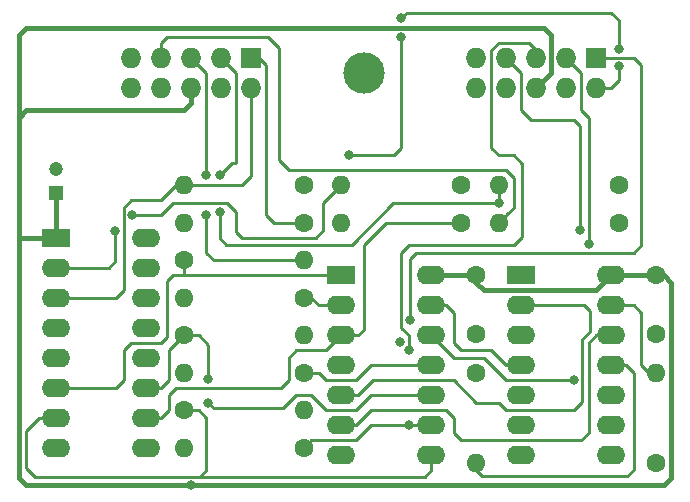
<source format=gtl>
%TF.GenerationSoftware,KiCad,Pcbnew,(5.1.8)-1*%
%TF.CreationDate,2021-02-01T00:12:43+01:00*%
%TF.ProjectId,Apple II Adapter,4170706c-6520-4494-9920-416461707465,rev?*%
%TF.SameCoordinates,Original*%
%TF.FileFunction,Copper,L1,Top*%
%TF.FilePolarity,Positive*%
%FSLAX46Y46*%
G04 Gerber Fmt 4.6, Leading zero omitted, Abs format (unit mm)*
G04 Created by KiCad (PCBNEW (5.1.8)-1) date 2021-02-01 00:12:43*
%MOMM*%
%LPD*%
G01*
G04 APERTURE LIST*
%TA.AperFunction,ComponentPad*%
%ADD10O,2.400000X1.600000*%
%TD*%
%TA.AperFunction,ComponentPad*%
%ADD11R,2.400000X1.600000*%
%TD*%
%TA.AperFunction,ComponentPad*%
%ADD12O,1.600000X1.600000*%
%TD*%
%TA.AperFunction,ComponentPad*%
%ADD13C,1.600000*%
%TD*%
%TA.AperFunction,ComponentPad*%
%ADD14R,1.200000X1.200000*%
%TD*%
%TA.AperFunction,ComponentPad*%
%ADD15C,1.200000*%
%TD*%
%TA.AperFunction,ComponentPad*%
%ADD16O,1.727200X1.727200*%
%TD*%
%TA.AperFunction,ComponentPad*%
%ADD17R,1.727200X1.727200*%
%TD*%
%TA.AperFunction,ComponentPad*%
%ADD18C,3.500000*%
%TD*%
%TA.AperFunction,ViaPad*%
%ADD19C,0.800000*%
%TD*%
%TA.AperFunction,Conductor*%
%ADD20C,0.381000*%
%TD*%
%TA.AperFunction,Conductor*%
%ADD21C,0.250000*%
%TD*%
G04 APERTURE END LIST*
D10*
%TO.P,A1,16*%
%TO.N,N/C*%
X174625000Y-117475000D03*
%TO.P,A1,8*%
%TO.N,GND*%
X167005000Y-135255000D03*
%TO.P,A1,15*%
%TO.N,N/C*%
X174625000Y-120015000D03*
%TO.P,A1,7*%
%TO.N,/GC2*%
X167005000Y-132715000D03*
%TO.P,A1,14*%
%TO.N,N/C*%
X174625000Y-122555000D03*
%TO.P,A1,6*%
%TO.N,/GC0*%
X167005000Y-130175000D03*
%TO.P,A1,13*%
%TO.N,N/C*%
X174625000Y-125095000D03*
%TO.P,A1,5*%
X167005000Y-127635000D03*
%TO.P,A1,12*%
X174625000Y-127635000D03*
%TO.P,A1,4*%
X167005000Y-125095000D03*
%TO.P,A1,11*%
%TO.N,/GC3*%
X174625000Y-130175000D03*
%TO.P,A1,3*%
%TO.N,/P1_FIRE*%
X167005000Y-122555000D03*
%TO.P,A1,10*%
%TO.N,/GC1*%
X174625000Y-132715000D03*
%TO.P,A1,2*%
%TO.N,/P2_FIRE*%
X167005000Y-120015000D03*
%TO.P,A1,9*%
%TO.N,N/C*%
X174625000Y-135255000D03*
D11*
%TO.P,A1,1*%
%TO.N,VCC*%
X167005000Y-117475000D03*
%TD*%
D12*
%TO.P,R3,2*%
%TO.N,/P1_DOWN*%
X204470000Y-113030000D03*
D13*
%TO.P,R3,1*%
%TO.N,GND*%
X214630000Y-113030000D03*
%TD*%
%TO.P,C2,2*%
%TO.N,GND*%
X202565000Y-125650000D03*
%TO.P,C2,1*%
%TO.N,VCC*%
X202565000Y-120650000D03*
%TD*%
%TO.P,R14,1*%
%TO.N,/GC2*%
X177800000Y-132080000D03*
D12*
%TO.P,R14,2*%
%TO.N,/P2_UP*%
X187960000Y-132080000D03*
%TD*%
D11*
%TO.P,U1,1*%
%TO.N,/P1_DOWN*%
X206375000Y-120650000D03*
D10*
%TO.P,U1,8*%
%TO.N,N/C*%
X213995000Y-135890000D03*
%TO.P,U1,2*%
%TO.N,Net-(U1-Pad2)*%
X206375000Y-123190000D03*
%TO.P,U1,9*%
%TO.N,GND*%
X213995000Y-133350000D03*
%TO.P,U1,3*%
%TO.N,/P1_RIGHT*%
X206375000Y-125730000D03*
%TO.P,U1,10*%
%TO.N,Net-(U1-Pad10)*%
X213995000Y-130810000D03*
%TO.P,U1,4*%
%TO.N,Net-(U1-Pad4)*%
X206375000Y-128270000D03*
%TO.P,U1,11*%
%TO.N,/P2_RIGHT*%
X213995000Y-128270000D03*
%TO.P,U1,5*%
%TO.N,GND*%
X206375000Y-130810000D03*
%TO.P,U1,12*%
%TO.N,Net-(U1-Pad12)*%
X213995000Y-125730000D03*
%TO.P,U1,6*%
%TO.N,N/C*%
X206375000Y-133350000D03*
%TO.P,U1,13*%
%TO.N,/P2_DOWN*%
X213995000Y-123190000D03*
%TO.P,U1,7*%
%TO.N,GND*%
X206375000Y-135890000D03*
%TO.P,U1,14*%
%TO.N,VCC*%
X213995000Y-120650000D03*
%TD*%
D13*
%TO.P,C1,1*%
%TO.N,VCC*%
X217805000Y-120650000D03*
%TO.P,C1,2*%
%TO.N,GND*%
X217805000Y-125650000D03*
%TD*%
D14*
%TO.P,C3,1*%
%TO.N,VCC*%
X167005000Y-113665000D03*
D15*
%TO.P,C3,2*%
%TO.N,GND*%
X167005000Y-111665000D03*
%TD*%
D16*
%TO.P,J1,10*%
%TO.N,N/C*%
X173355000Y-104775000D03*
%TO.P,J1,9*%
X175895000Y-104775000D03*
%TO.P,J1,8*%
%TO.N,VCC*%
X178435000Y-104775000D03*
%TO.P,J1,7*%
%TO.N,N/C*%
X180975000Y-104775000D03*
%TO.P,J1,6*%
%TO.N,/P1_FIRE*%
X183515000Y-104775000D03*
%TO.P,J1,5*%
%TO.N,N/C*%
X173355000Y-102235000D03*
%TO.P,J1,4*%
%TO.N,/P1_RIGHT*%
X175895000Y-102235000D03*
%TO.P,J1,3*%
%TO.N,/P1_LEFT*%
X178435000Y-102235000D03*
%TO.P,J1,2*%
%TO.N,/P1_DOWN*%
X180975000Y-102235000D03*
D17*
%TO.P,J1,1*%
%TO.N,/P1_UP*%
X183515000Y-102235000D03*
%TD*%
%TO.P,J2,1*%
%TO.N,/P2_UP*%
X212725000Y-102235000D03*
D16*
%TO.P,J2,2*%
%TO.N,/P2_DOWN*%
X210185000Y-102235000D03*
%TO.P,J2,3*%
%TO.N,/P2_LEFT*%
X207645000Y-102235000D03*
%TO.P,J2,4*%
%TO.N,/P2_RIGHT*%
X205105000Y-102235000D03*
%TO.P,J2,5*%
%TO.N,N/C*%
X202565000Y-102235000D03*
%TO.P,J2,6*%
%TO.N,/P2_FIRE*%
X212725000Y-104775000D03*
%TO.P,J2,7*%
%TO.N,N/C*%
X210185000Y-104775000D03*
%TO.P,J2,8*%
%TO.N,VCC*%
X207645000Y-104775000D03*
%TO.P,J2,9*%
%TO.N,N/C*%
X205105000Y-104775000D03*
%TO.P,J2,10*%
X202565000Y-104775000D03*
%TD*%
D13*
%TO.P,R1,1*%
%TO.N,GND*%
X187960000Y-113030000D03*
D12*
%TO.P,R1,2*%
%TO.N,/P1_FIRE*%
X177800000Y-113030000D03*
%TD*%
%TO.P,R2,2*%
%TO.N,/P2_FIRE*%
X191135000Y-113030000D03*
D13*
%TO.P,R2,1*%
%TO.N,GND*%
X201295000Y-113030000D03*
%TD*%
%TO.P,R4,1*%
%TO.N,GND*%
X214630000Y-116205000D03*
D12*
%TO.P,R4,2*%
%TO.N,/P1_RIGHT*%
X204470000Y-116205000D03*
%TD*%
%TO.P,R7,2*%
%TO.N,VCC*%
X177800000Y-116205000D03*
D13*
%TO.P,R7,1*%
%TO.N,/P1_UP*%
X187960000Y-116205000D03*
%TD*%
%TO.P,R8,1*%
%TO.N,/P1_LEFT*%
X187960000Y-122555000D03*
D12*
%TO.P,R8,2*%
%TO.N,VCC*%
X177800000Y-122555000D03*
%TD*%
D13*
%TO.P,R9,1*%
%TO.N,/P2_LEFT*%
X187960000Y-128905000D03*
D12*
%TO.P,R9,2*%
%TO.N,VCC*%
X177800000Y-128905000D03*
%TD*%
%TO.P,R10,2*%
%TO.N,VCC*%
X177800000Y-135255000D03*
D13*
%TO.P,R10,1*%
%TO.N,/P2_UP*%
X187960000Y-135255000D03*
%TD*%
%TO.P,R11,1*%
%TO.N,/GC0*%
X177800000Y-119380000D03*
D12*
%TO.P,R11,2*%
%TO.N,/P1_LEFT*%
X187960000Y-119380000D03*
%TD*%
%TO.P,R12,2*%
%TO.N,/P1_UP*%
X191135000Y-116205000D03*
D13*
%TO.P,R12,1*%
%TO.N,/GC1*%
X201295000Y-116205000D03*
%TD*%
%TO.P,R13,1*%
%TO.N,/GC3*%
X177800000Y-125730000D03*
D12*
%TO.P,R13,2*%
%TO.N,/P2_LEFT*%
X187960000Y-125730000D03*
%TD*%
D10*
%TO.P,U2,14*%
%TO.N,VCC*%
X198755000Y-120650000D03*
%TO.P,U2,7*%
%TO.N,GND*%
X191135000Y-135890000D03*
%TO.P,U2,13*%
%TO.N,Net-(U1-Pad4)*%
X198755000Y-123190000D03*
%TO.P,U2,6*%
%TO.N,Net-(U1-Pad12)*%
X191135000Y-133350000D03*
%TO.P,U2,12*%
%TO.N,Net-(U1-Pad10)*%
X198755000Y-125730000D03*
%TO.P,U2,5*%
%TO.N,Net-(U1-Pad2)*%
X191135000Y-130810000D03*
%TO.P,U2,11*%
%TO.N,/P2_LEFT*%
X198755000Y-128270000D03*
%TO.P,U2,4*%
%TO.N,/P1_UP*%
X191135000Y-128270000D03*
%TO.P,U2,10*%
%TO.N,/GC3*%
X198755000Y-130810000D03*
%TO.P,U2,3*%
%TO.N,/GC1*%
X191135000Y-125730000D03*
%TO.P,U2,9*%
%TO.N,/P2_UP*%
X198755000Y-133350000D03*
%TO.P,U2,2*%
%TO.N,/P1_LEFT*%
X191135000Y-123190000D03*
%TO.P,U2,8*%
%TO.N,/GC2*%
X198755000Y-135890000D03*
D11*
%TO.P,U2,1*%
%TO.N,/GC0*%
X191135000Y-120650000D03*
%TD*%
D18*
%TO.P,M1,1*%
%TO.N,N/C*%
X193040000Y-103505000D03*
%TD*%
D12*
%TO.P,R5,2*%
%TO.N,/P2_DOWN*%
X217805000Y-128905000D03*
D13*
%TO.P,R5,1*%
%TO.N,GND*%
X217805000Y-136525000D03*
%TD*%
%TO.P,R6,1*%
%TO.N,GND*%
X202565000Y-128905000D03*
D12*
%TO.P,R6,2*%
%TO.N,/P2_RIGHT*%
X202565000Y-136525000D03*
%TD*%
D19*
%TO.N,VCC*%
X178435000Y-138430000D03*
%TO.N,/P2_FIRE*%
X173445000Y-115570000D03*
X171995000Y-116930000D03*
X191770000Y-110490000D03*
X196215000Y-100485500D03*
X196215000Y-98904500D03*
X214630000Y-101510000D03*
X214630000Y-102960000D03*
%TO.N,/GC3*%
X179860500Y-129429070D03*
X179860500Y-131445000D03*
%TO.N,/P1_DOWN*%
X180848010Y-115315990D03*
X204470000Y-114554000D03*
X180848010Y-112141010D03*
%TO.N,/P1_LEFT*%
X179705000Y-115570000D03*
X179705000Y-112141018D03*
%TO.N,/P2_UP*%
X196125000Y-126292892D03*
X196849986Y-133350000D03*
X196940000Y-124460000D03*
%TO.N,/P2_DOWN*%
X212090000Y-118020000D03*
%TO.N,/P2_LEFT*%
X196850000Y-127000000D03*
%TO.N,/P2_RIGHT*%
X211365000Y-116840000D03*
%TO.N,Net-(U1-Pad10)*%
X210820000Y-129540000D03*
%TD*%
D20*
%TO.N,VCC*%
X163830000Y-117475000D02*
X167005000Y-117475000D01*
X213995000Y-120650000D02*
X217805000Y-120650000D01*
X218440000Y-138430000D02*
X178435000Y-138430000D01*
X163830000Y-117475000D02*
X163830000Y-137795000D01*
X163830000Y-137795000D02*
X164465000Y-138430000D01*
X164465000Y-138430000D02*
X178435000Y-138430000D01*
X219075000Y-137795000D02*
X218440000Y-138430000D01*
X198755000Y-120650000D02*
X202565000Y-120650000D01*
X218440000Y-120650000D02*
X219075000Y-121285000D01*
X217805000Y-120650000D02*
X218440000Y-120650000D01*
X219075000Y-121285000D02*
X219075000Y-137795000D01*
X202565000Y-120650000D02*
X202565000Y-121285000D01*
X202565000Y-121285000D02*
X203200000Y-121920000D01*
X212725000Y-121920000D02*
X213995000Y-120650000D01*
X203200000Y-121920000D02*
X212725000Y-121920000D01*
X167005000Y-117475000D02*
X167005000Y-113665000D01*
X181610000Y-99695000D02*
X164465000Y-99695000D01*
X164465000Y-99695000D02*
X163830000Y-100330000D01*
X207645000Y-104775000D02*
X208915000Y-103505000D01*
X208915000Y-103505000D02*
X208915000Y-100330000D01*
X208915000Y-100330000D02*
X208280000Y-99695000D01*
X181610000Y-99695000D02*
X208280000Y-99695000D01*
X178435000Y-104775000D02*
X178435000Y-106045000D01*
X178435000Y-106045000D02*
X177800000Y-106680000D01*
X164465000Y-106680000D02*
X163830000Y-107315000D01*
X177800000Y-106680000D02*
X164465000Y-106680000D01*
X163830000Y-107315000D02*
X163830000Y-100330000D01*
X163830000Y-117475000D02*
X163830000Y-107315000D01*
D21*
%TO.N,/P2_FIRE*%
X171450000Y-120015000D02*
X167005000Y-120015000D01*
X171995000Y-119470000D02*
X171450000Y-120015000D01*
X191135000Y-112395000D02*
X191135000Y-113030000D01*
X171995000Y-116930000D02*
X171995000Y-119470000D01*
X189611000Y-114554000D02*
X191135000Y-113030000D01*
X188976000Y-117475000D02*
X189611000Y-116840000D01*
X182753000Y-117475000D02*
X188976000Y-117475000D01*
X182245000Y-116967000D02*
X182753000Y-117475000D01*
X182245000Y-115316000D02*
X182245000Y-116967000D01*
X181483000Y-114554000D02*
X182245000Y-115316000D01*
X189611000Y-116840000D02*
X189611000Y-114554000D01*
X176911000Y-114554000D02*
X181483000Y-114554000D01*
X175895000Y-115570000D02*
X176911000Y-114554000D01*
X173445000Y-115570000D02*
X175895000Y-115570000D01*
X191770000Y-110490000D02*
X195580000Y-110490000D01*
X196215000Y-109855000D02*
X196215000Y-100485500D01*
X195580000Y-110490000D02*
X196215000Y-109855000D01*
X196215000Y-98904500D02*
X196694500Y-98425000D01*
X196694500Y-98425000D02*
X213995000Y-98425000D01*
X214630000Y-99060000D02*
X214630000Y-101510000D01*
X213995000Y-98425000D02*
X214630000Y-99060000D01*
X214630000Y-102960000D02*
X214630000Y-104140000D01*
X213995000Y-104775000D02*
X212725000Y-104775000D01*
X214630000Y-104140000D02*
X213995000Y-104775000D01*
%TO.N,/GC1*%
X187325000Y-127000000D02*
X189865000Y-127000000D01*
X186690000Y-127635000D02*
X187325000Y-127000000D01*
X189865000Y-127000000D02*
X191135000Y-125730000D01*
X186690000Y-129540000D02*
X186690000Y-127635000D01*
X177165000Y-130175000D02*
X186055000Y-130175000D01*
X176530000Y-130810000D02*
X177165000Y-130175000D01*
X186055000Y-130175000D02*
X186690000Y-129540000D01*
X176530000Y-132080000D02*
X176530000Y-130810000D01*
X175895000Y-132715000D02*
X176530000Y-132080000D01*
X174625000Y-132715000D02*
X175895000Y-132715000D01*
X193040000Y-125275000D02*
X192585000Y-125730000D01*
X192585000Y-125730000D02*
X191135000Y-125730000D01*
X193040000Y-118110705D02*
X193040000Y-125275000D01*
X194945705Y-116205000D02*
X193040000Y-118110705D01*
X201295000Y-116205000D02*
X194945705Y-116205000D01*
%TO.N,/P1_FIRE*%
X172720000Y-121920000D02*
X172085000Y-122555000D01*
X172085000Y-122555000D02*
X167005000Y-122555000D01*
X177800000Y-113030000D02*
X177165000Y-113030000D01*
X177165000Y-113030000D02*
X175895000Y-114300000D01*
X173355000Y-114300000D02*
X172720000Y-114935000D01*
X175895000Y-114300000D02*
X173355000Y-114300000D01*
X172720000Y-114935000D02*
X172720000Y-121920000D01*
X177800000Y-113030000D02*
X182753000Y-113030000D01*
X183515000Y-112268000D02*
X183515000Y-104775000D01*
X182753000Y-113030000D02*
X183515000Y-112268000D01*
%TO.N,/GC3*%
X175895000Y-130175000D02*
X174625000Y-130175000D01*
X176530000Y-129540000D02*
X175895000Y-130175000D01*
X176530000Y-127000000D02*
X176530000Y-129540000D01*
X177800000Y-125730000D02*
X176530000Y-127000000D01*
X179860500Y-126520500D02*
X179860500Y-129429070D01*
X179070000Y-125730000D02*
X179860500Y-126520500D01*
X177800000Y-125730000D02*
X179070000Y-125730000D01*
X193675000Y-130810000D02*
X198755000Y-130810000D01*
X192405000Y-132080000D02*
X193675000Y-130810000D01*
X189865000Y-132080000D02*
X192405000Y-132080000D01*
X188595000Y-130810000D02*
X189865000Y-132080000D01*
X187325000Y-130810000D02*
X188595000Y-130810000D01*
X186210500Y-131924500D02*
X187325000Y-130810000D01*
X180340000Y-131924500D02*
X186210500Y-131924500D01*
X179860500Y-131445000D02*
X180340000Y-131924500D01*
%TO.N,/GC0*%
X191135000Y-120650000D02*
X179070000Y-120650000D01*
X172720000Y-129540000D02*
X172085000Y-130175000D01*
X172720000Y-127000000D02*
X172720000Y-129540000D01*
X172085000Y-130175000D02*
X167005000Y-130175000D01*
X175895000Y-126365000D02*
X173355000Y-126365000D01*
X173355000Y-126365000D02*
X172720000Y-127000000D01*
X176403000Y-125857000D02*
X175895000Y-126365000D01*
X176911000Y-120650000D02*
X176403000Y-121158000D01*
X176403000Y-121158000D02*
X176403000Y-125857000D01*
X177800000Y-120650000D02*
X176911000Y-120650000D01*
X179070000Y-120650000D02*
X177800000Y-120650000D01*
X177800000Y-119380000D02*
X177800000Y-120650000D01*
%TO.N,/GC2*%
X164465000Y-133805000D02*
X165555000Y-132715000D01*
X164465000Y-136979998D02*
X164465000Y-133805000D01*
X198755000Y-137160000D02*
X198210001Y-137704999D01*
X165555000Y-132715000D02*
X167005000Y-132715000D01*
X165190001Y-137704999D02*
X164465000Y-136979998D01*
X198755000Y-135890000D02*
X198755000Y-137160000D01*
X177800000Y-132080000D02*
X179070000Y-132080000D01*
X179070000Y-132080000D02*
X179705000Y-132715000D01*
X179705000Y-132715000D02*
X179705000Y-137160000D01*
X179160001Y-137704999D02*
X165190001Y-137704999D01*
X179705000Y-137160000D02*
X179160001Y-137704999D01*
X198210001Y-137704999D02*
X179160001Y-137704999D01*
%TO.N,/P1_DOWN*%
X204470000Y-113030000D02*
X204470000Y-114554000D01*
X180848010Y-117475010D02*
X180848010Y-115315990D01*
X181425011Y-118052011D02*
X180848010Y-117475010D01*
X192043971Y-118052011D02*
X181425011Y-118052011D01*
X195541982Y-114554000D02*
X192043971Y-118052011D01*
X204470000Y-114554000D02*
X195541982Y-114554000D01*
X180975000Y-102235000D02*
X182245000Y-103505000D01*
X182245000Y-103505000D02*
X182245000Y-111125000D01*
X181864020Y-111125000D02*
X180848010Y-112141010D01*
X182245000Y-111125000D02*
X181864020Y-111125000D01*
%TO.N,/P1_LEFT*%
X187960000Y-122555000D02*
X188595000Y-122555000D01*
X188595000Y-122555000D02*
X189230000Y-123190000D01*
X189230000Y-123190000D02*
X191135000Y-123190000D01*
X179705000Y-115570000D02*
X179705000Y-118745000D01*
X180340000Y-119380000D02*
X183896000Y-119380000D01*
X179705000Y-118745000D02*
X180340000Y-119380000D01*
X187960000Y-119380000D02*
X183896000Y-119380000D01*
X178435000Y-102235000D02*
X179705000Y-103505000D01*
X179705000Y-103505000D02*
X179705000Y-112141018D01*
%TO.N,/P2_UP*%
X198755000Y-133350000D02*
X196849986Y-133350000D01*
X187960000Y-135255000D02*
X188595000Y-134620000D01*
X193675000Y-133350000D02*
X192405000Y-134620000D01*
X196849986Y-133350000D02*
X193675000Y-133350000D01*
X188595000Y-134620000D02*
X192405000Y-134620000D01*
X216535000Y-118110000D02*
X216535000Y-102870000D01*
X215900000Y-118745000D02*
X216535000Y-118110000D01*
X197485000Y-118745000D02*
X215900000Y-118745000D01*
X215900000Y-102235000D02*
X212725000Y-102235000D01*
X216535000Y-102870000D02*
X215900000Y-102235000D01*
X196940000Y-119290000D02*
X197485000Y-118745000D01*
X196940000Y-124460000D02*
X196940000Y-119290000D01*
%TO.N,/P2_DOWN*%
X217805000Y-128905000D02*
X217170000Y-128905000D01*
X217170000Y-128905000D02*
X216535000Y-128270000D01*
X216535000Y-128270000D02*
X216535000Y-123825000D01*
X215900000Y-123190000D02*
X213995000Y-123190000D01*
X216535000Y-123825000D02*
X215900000Y-123190000D01*
X212090000Y-107315000D02*
X211455000Y-106680000D01*
X212090000Y-118020000D02*
X212090000Y-107315000D01*
X210185000Y-102235000D02*
X211455000Y-103505000D01*
X211455000Y-103505000D02*
X211455000Y-106680000D01*
%TO.N,/P2_LEFT*%
X187960000Y-128905000D02*
X189230000Y-128905000D01*
X189230000Y-128905000D02*
X189865000Y-129540000D01*
X198755000Y-128270000D02*
X193675000Y-128270000D01*
X193675000Y-128270000D02*
X192405000Y-129540000D01*
X192405000Y-129540000D02*
X189865000Y-129540000D01*
X196850000Y-125730000D02*
X196850000Y-127000000D01*
X196215000Y-125095000D02*
X196850000Y-125730000D01*
X196215000Y-118745000D02*
X196215000Y-125095000D01*
X207645000Y-102235000D02*
X207645000Y-101600000D01*
X206465001Y-117384999D02*
X205740000Y-118110000D01*
X207645000Y-101600000D02*
X207010000Y-100965000D01*
X207010000Y-100965000D02*
X204470000Y-100965000D01*
X206456399Y-111206399D02*
X206456399Y-114197397D01*
X206456399Y-114197397D02*
X206465001Y-114205999D01*
X204470000Y-100965000D02*
X203835000Y-101600000D01*
X203835000Y-109855000D02*
X204470000Y-110490000D01*
X203835000Y-101600000D02*
X203835000Y-109855000D01*
X196850000Y-118110000D02*
X196215000Y-118745000D01*
X204470000Y-110490000D02*
X205740000Y-110490000D01*
X205740000Y-110490000D02*
X206456399Y-111206399D01*
X206465001Y-114205999D02*
X206465001Y-117384999D01*
X205740000Y-118110000D02*
X196850000Y-118110000D01*
%TO.N,/P2_RIGHT*%
X215265000Y-128270000D02*
X213995000Y-128270000D01*
X215900000Y-128905000D02*
X215265000Y-128270000D01*
X215328500Y-137668000D02*
X215900000Y-137096500D01*
X203073000Y-137668000D02*
X215328500Y-137668000D01*
X215900000Y-137096500D02*
X215900000Y-128905000D01*
X202565000Y-137160000D02*
X203073000Y-137668000D01*
X202565000Y-136525000D02*
X202565000Y-137160000D01*
X206375000Y-103505000D02*
X205105000Y-102235000D01*
X206375000Y-106680000D02*
X206375000Y-103505000D01*
X207190000Y-107495000D02*
X206375000Y-106680000D01*
X210820000Y-107495000D02*
X207190000Y-107495000D01*
X211365000Y-108040000D02*
X210820000Y-107495000D01*
X211365000Y-116840000D02*
X211365000Y-108040000D01*
%TO.N,Net-(U1-Pad2)*%
X211674002Y-123190000D02*
X206375000Y-123190000D01*
X212180002Y-125443002D02*
X212180002Y-123696000D01*
X211545001Y-131354999D02*
X211545001Y-126078003D01*
X212180002Y-123696000D02*
X211674002Y-123190000D01*
X211545001Y-126078003D02*
X212180002Y-125443002D01*
X210820000Y-132080000D02*
X211545001Y-131354999D01*
X204470000Y-131445000D02*
X205105000Y-132080000D01*
X205105000Y-132080000D02*
X210820000Y-132080000D01*
X202565000Y-131445000D02*
X204470000Y-131445000D01*
X200660000Y-129540000D02*
X202565000Y-131445000D01*
X193855000Y-129540000D02*
X200660000Y-129540000D01*
X192585000Y-130810000D02*
X193855000Y-129540000D01*
X191135000Y-130810000D02*
X192585000Y-130810000D01*
%TO.N,Net-(U1-Pad10)*%
X205105000Y-129540000D02*
X210820000Y-129540000D01*
X200660000Y-127635000D02*
X203200000Y-127635000D01*
X198755000Y-125730000D02*
X200660000Y-127635000D01*
X203200000Y-127635000D02*
X205105000Y-129540000D01*
%TO.N,Net-(U1-Pad4)*%
X200025000Y-123190000D02*
X198755000Y-123190000D01*
X200660000Y-123825000D02*
X200025000Y-123190000D01*
X201295000Y-127000000D02*
X200660000Y-126365000D01*
X203835000Y-127000000D02*
X201295000Y-127000000D01*
X205105000Y-128270000D02*
X203835000Y-127000000D01*
X200660000Y-126365000D02*
X200660000Y-123825000D01*
X206375000Y-128270000D02*
X205105000Y-128270000D01*
%TO.N,Net-(U1-Pad12)*%
X200025000Y-132080000D02*
X193675000Y-132080000D01*
X192405000Y-133350000D02*
X191135000Y-133350000D01*
X200660000Y-132715000D02*
X200025000Y-132080000D01*
X200660000Y-133985000D02*
X200660000Y-132715000D01*
X201295000Y-134620000D02*
X200660000Y-133985000D01*
X212090000Y-133985000D02*
X211455000Y-134620000D01*
X193675000Y-132080000D02*
X192405000Y-133350000D01*
X212090000Y-126365000D02*
X212090000Y-133985000D01*
X211455000Y-134620000D02*
X201295000Y-134620000D01*
X212725000Y-125730000D02*
X212090000Y-126365000D01*
X213995000Y-125730000D02*
X212725000Y-125730000D01*
%TO.N,/P1_RIGHT*%
X175895000Y-102235000D02*
X175895000Y-100965000D01*
X175895000Y-100965000D02*
X176374500Y-100485500D01*
X205740000Y-114935000D02*
X205269999Y-115405001D01*
X186690000Y-111760000D02*
X205105000Y-111760000D01*
X205740000Y-112395000D02*
X205740000Y-114935000D01*
X185830185Y-110900185D02*
X186690000Y-111760000D01*
X205269999Y-115405001D02*
X204470000Y-116205000D01*
X185830185Y-101375185D02*
X185830185Y-110900185D01*
X184940500Y-100485500D02*
X185830185Y-101375185D01*
X205105000Y-111760000D02*
X205740000Y-112395000D01*
X180819500Y-100485500D02*
X180975000Y-100485500D01*
X176374500Y-100485500D02*
X180819500Y-100485500D01*
X183515000Y-100485500D02*
X183670500Y-100485500D01*
X183670500Y-100485500D02*
X180819500Y-100485500D01*
X183670500Y-100485500D02*
X184940500Y-100485500D01*
%TO.N,/P1_UP*%
X183515000Y-102235000D02*
X184150000Y-102235000D01*
X184150000Y-102235000D02*
X184785000Y-102870000D01*
X184785000Y-102870000D02*
X184785000Y-115570000D01*
X185420000Y-116205000D02*
X187960000Y-116205000D01*
X184785000Y-115570000D02*
X185420000Y-116205000D01*
%TD*%
M02*

</source>
